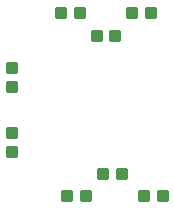
<source format=gbp>
G04*
G04 #@! TF.GenerationSoftware,Altium Limited,Altium Designer,24.4.1 (13)*
G04*
G04 Layer_Color=128*
%FSLAX25Y25*%
%MOIN*%
G70*
G04*
G04 #@! TF.SameCoordinates,15B434A4-4527-47F9-A3CB-D7505B607EAD*
G04*
G04*
G04 #@! TF.FilePolarity,Positive*
G04*
G01*
G75*
G04:AMPARAMS|DCode=31|XSize=39.37mil|YSize=39.37mil|CornerRadius=4.92mil|HoleSize=0mil|Usage=FLASHONLY|Rotation=90.000|XOffset=0mil|YOffset=0mil|HoleType=Round|Shape=RoundedRectangle|*
%AMROUNDEDRECTD31*
21,1,0.03937,0.02953,0,0,90.0*
21,1,0.02953,0.03937,0,0,90.0*
1,1,0.00984,0.01476,0.01476*
1,1,0.00984,0.01476,-0.01476*
1,1,0.00984,-0.01476,-0.01476*
1,1,0.00984,-0.01476,0.01476*
%
%ADD31ROUNDEDRECTD31*%
G04:AMPARAMS|DCode=33|XSize=39.37mil|YSize=39.37mil|CornerRadius=4.92mil|HoleSize=0mil|Usage=FLASHONLY|Rotation=180.000|XOffset=0mil|YOffset=0mil|HoleType=Round|Shape=RoundedRectangle|*
%AMROUNDEDRECTD33*
21,1,0.03937,0.02953,0,0,180.0*
21,1,0.02953,0.03937,0,0,180.0*
1,1,0.00984,-0.01476,0.01476*
1,1,0.00984,0.01476,0.01476*
1,1,0.00984,0.01476,-0.01476*
1,1,0.00984,-0.01476,-0.01476*
%
%ADD33ROUNDEDRECTD33*%
D31*
X245276Y322835D02*
D03*
X238976D02*
D03*
X247396Y277067D02*
D03*
X241097D02*
D03*
X233465Y330709D02*
D03*
X227165D02*
D03*
X257087D02*
D03*
X250787D02*
D03*
X254724Y269685D02*
D03*
X261024D02*
D03*
X229134D02*
D03*
X235433D02*
D03*
D33*
X210630Y290551D02*
D03*
Y284252D02*
D03*
Y312205D02*
D03*
Y305906D02*
D03*
M02*

</source>
